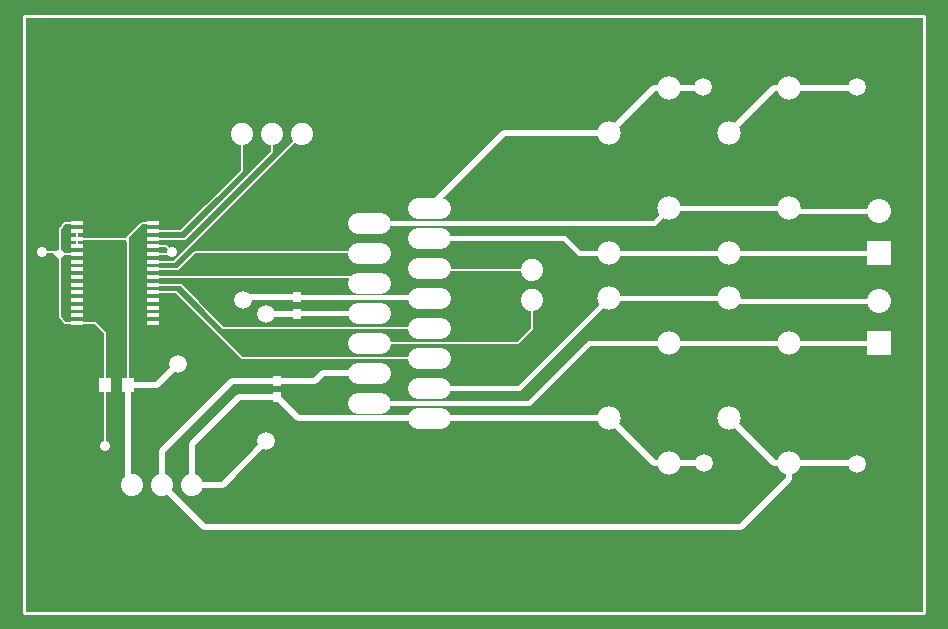
<source format=gbr>
G04 EAGLE Gerber RS-274X export*
G75*
%MOMM*%
%FSLAX34Y34*%
%LPD*%
%INTop Copper*%
%IPNEG*%
%AMOC8*
5,1,8,0,0,1.08239X$1,22.5*%
G01*
%ADD10C,1.981200*%
%ADD11C,1.800000*%
%ADD12C,1.879600*%
%ADD13R,2.032000X2.032000*%
%ADD14C,2.032000*%
%ADD15R,0.800000X0.850000*%
%ADD16R,1.000000X0.300000*%
%ADD17R,1.000000X1.250000*%
%ADD18C,1.500000*%
%ADD19C,0.508000*%
%ADD20C,0.200000*%
%ADD21C,0.906400*%
%ADD22C,0.406400*%
%ADD23C,0.152400*%
%ADD24C,0.254000*%

G36*
X30096Y299009D02*
X30096Y299009D01*
X30128Y299009D01*
X30233Y299038D01*
X30340Y299060D01*
X30369Y299076D01*
X30400Y299084D01*
X30493Y299142D01*
X30589Y299193D01*
X30612Y299215D01*
X30640Y299232D01*
X30666Y299261D01*
X30690Y299267D01*
X30693Y299270D01*
X30697Y299271D01*
X30833Y299367D01*
X34643Y303177D01*
X34648Y303184D01*
X34655Y303189D01*
X34702Y303266D01*
X34753Y303343D01*
X34754Y303351D01*
X34759Y303358D01*
X34772Y303448D01*
X34789Y303538D01*
X34787Y303547D01*
X34789Y303555D01*
X34766Y303643D01*
X34746Y303732D01*
X34741Y303739D01*
X34739Y303747D01*
X34643Y303883D01*
X30833Y307693D01*
X30829Y307695D01*
X30827Y307699D01*
X30747Y307750D01*
X30667Y307803D01*
X30663Y307804D01*
X30660Y307806D01*
X30566Y307822D01*
X30472Y307839D01*
X30468Y307838D01*
X30463Y307839D01*
X30372Y307817D01*
X30278Y307796D01*
X30274Y307794D01*
X30270Y307793D01*
X30194Y307737D01*
X30116Y307681D01*
X30113Y307678D01*
X30110Y307675D01*
X30061Y307593D01*
X30011Y307512D01*
X30011Y307508D01*
X30008Y307504D01*
X29981Y307340D01*
X29981Y305999D01*
X25000Y305999D01*
X24968Y305995D01*
X24936Y305997D01*
X24829Y305975D01*
X24721Y305959D01*
X24691Y305946D01*
X24660Y305940D01*
X24563Y305888D01*
X24464Y305843D01*
X24439Y305822D01*
X24411Y305807D01*
X24333Y305731D01*
X24250Y305660D01*
X24232Y305633D01*
X24209Y305610D01*
X24155Y305515D01*
X24095Y305424D01*
X24086Y305393D01*
X24070Y305365D01*
X24045Y305258D01*
X24013Y305154D01*
X24012Y305122D01*
X24005Y305091D01*
X24010Y304981D01*
X24009Y304872D01*
X24018Y304841D01*
X24019Y304809D01*
X24055Y304706D01*
X24084Y304600D01*
X24101Y304573D01*
X24112Y304542D01*
X24165Y304469D01*
X24232Y304360D01*
X24236Y304357D01*
X24269Y304327D01*
X24293Y304293D01*
X29293Y299293D01*
X29319Y299274D01*
X29340Y299250D01*
X29432Y299190D01*
X29519Y299124D01*
X29549Y299113D01*
X29576Y299095D01*
X29681Y299063D01*
X29783Y299025D01*
X29815Y299022D01*
X29846Y299013D01*
X29955Y299011D01*
X30064Y299003D01*
X30096Y299009D01*
G37*
D10*
X647700Y228600D03*
X647700Y127000D03*
X596900Y266700D03*
X596900Y165100D03*
X596900Y304800D03*
X596900Y406400D03*
X647700Y342900D03*
X647700Y444500D03*
X546100Y127000D03*
X546100Y228600D03*
X495300Y165100D03*
X495300Y266700D03*
X495300Y406400D03*
X495300Y304800D03*
X546100Y444500D03*
X546100Y342900D03*
D11*
X301100Y254000D02*
X283100Y254000D01*
X333900Y266700D02*
X351900Y266700D01*
X301100Y279400D02*
X283100Y279400D01*
X333900Y292100D02*
X351900Y292100D01*
X301100Y304800D02*
X283100Y304800D01*
X333900Y317500D02*
X351900Y317500D01*
X351900Y241300D02*
X333900Y241300D01*
X301100Y228600D02*
X283100Y228600D01*
X333900Y215900D02*
X351900Y215900D01*
X301100Y203200D02*
X283100Y203200D01*
X333900Y190500D02*
X351900Y190500D01*
X301100Y330200D02*
X283100Y330200D01*
X333900Y342900D02*
X351900Y342900D01*
X301100Y177800D02*
X283100Y177800D01*
X333900Y165100D02*
X351900Y165100D01*
D12*
X142100Y108100D03*
X116700Y108100D03*
X91300Y108100D03*
D13*
X723900Y228600D03*
D14*
X723900Y263600D03*
D13*
X723900Y304800D03*
D14*
X723900Y339800D03*
D15*
X214400Y196300D03*
X214400Y182300D03*
X231000Y252900D03*
X231000Y266900D03*
D16*
X44900Y329550D03*
X44900Y323050D03*
X44900Y316550D03*
X44900Y310050D03*
X44900Y303550D03*
X44900Y297050D03*
X44900Y290550D03*
X44900Y284050D03*
X44900Y277550D03*
X44900Y271050D03*
X44900Y264550D03*
X44900Y258050D03*
X44900Y251550D03*
X44900Y245050D03*
X108900Y245050D03*
X108900Y251550D03*
X108900Y258050D03*
X108900Y264550D03*
X108900Y271050D03*
X108900Y277550D03*
X108900Y284050D03*
X108900Y290550D03*
X108900Y297050D03*
X108900Y303550D03*
X108900Y310050D03*
X108900Y316550D03*
X108900Y323050D03*
X108900Y329550D03*
D17*
X88100Y192700D03*
X68100Y192700D03*
D12*
X430000Y290000D03*
X430000Y264600D03*
X235000Y405000D03*
X209600Y405000D03*
X184200Y405000D03*
D18*
X575000Y445000D03*
X575310Y127000D03*
D19*
X142100Y142500D02*
X142100Y108100D01*
X142100Y142500D02*
X181900Y182300D01*
X214400Y182300D01*
X231600Y165100D01*
X277325Y165100D01*
X277689Y164736D01*
X306511Y164736D01*
X306875Y165100D01*
X342900Y165100D01*
X495300Y165100D01*
X533400Y127000D01*
X546100Y127000D01*
X575310Y127000D01*
X574500Y444500D02*
X575000Y445000D01*
X574500Y444500D02*
X546100Y444500D01*
X533400Y444500D01*
X495300Y406400D01*
X493650Y408050D01*
X495300Y406400D02*
X406400Y406400D01*
X342900Y342900D01*
D20*
X68100Y236900D02*
X68100Y192700D01*
X59950Y245050D02*
X44900Y245050D01*
X59950Y245050D02*
X68100Y236900D01*
X44900Y245050D02*
X34950Y245050D01*
X30000Y250000D01*
X30000Y300000D01*
X34550Y329550D02*
X44900Y329550D01*
X34550Y329550D02*
X30000Y325000D01*
X30000Y307340D01*
X33790Y303550D02*
X44900Y303550D01*
X33790Y303550D02*
X33550Y303550D01*
X30000Y300000D01*
X33790Y303550D02*
X30000Y307340D01*
D18*
X205000Y145000D03*
D19*
X168100Y108100D01*
X142100Y108100D01*
D20*
X119950Y310050D02*
X108900Y310050D01*
X119950Y310050D02*
X125000Y305000D01*
D21*
X125000Y305000D03*
X15000Y305000D03*
D20*
X30000Y307340D02*
X30000Y300000D01*
X25000Y305000D02*
X15000Y305000D01*
X25000Y305000D02*
X30000Y300000D01*
X27660Y305000D02*
X25000Y305000D01*
X27660Y305000D02*
X30000Y307340D01*
X68100Y192700D02*
X68100Y141450D01*
X68580Y140970D01*
D21*
X68580Y140970D03*
D22*
X232100Y254000D02*
X292100Y254000D01*
X232100Y254000D02*
X231000Y252900D01*
D19*
X205170Y252900D01*
X205000Y252730D01*
D18*
X205000Y252730D03*
D20*
X123550Y303550D02*
X108900Y303550D01*
X123550Y303550D02*
X125000Y305000D01*
X133050Y323050D02*
X108900Y323050D01*
X184200Y374200D02*
X184200Y405000D01*
X184200Y374200D02*
X133050Y323050D01*
X136550Y316550D02*
X108900Y316550D01*
X209600Y389600D02*
X209600Y405000D01*
X209600Y389600D02*
X136550Y316550D01*
X108900Y329550D02*
X99550Y329550D01*
X88100Y318100D02*
X88100Y313690D01*
X88100Y192700D01*
X88100Y318100D02*
X99550Y329550D01*
D23*
X44900Y323050D02*
X44900Y316550D01*
X44900Y310050D01*
D20*
X85895Y315895D02*
X88100Y318100D01*
X85895Y315895D02*
X88100Y313690D01*
X85895Y315895D02*
X58755Y315895D01*
X58420Y316230D01*
X45220Y316230D01*
X44900Y316550D01*
D19*
X88100Y111300D02*
X91300Y108100D01*
X88100Y111300D02*
X88100Y192700D01*
X112700Y192700D01*
X130000Y210000D01*
D18*
X130000Y210000D03*
D22*
X342700Y266900D02*
X342900Y266700D01*
X277843Y266900D02*
X231000Y266900D01*
X277843Y266900D02*
X277899Y266844D01*
X306301Y266844D01*
X306357Y266900D01*
X342700Y266900D01*
D18*
X185000Y265000D03*
D19*
X186900Y266900D01*
X231000Y266900D01*
D22*
X704500Y444500D02*
X705000Y445000D01*
D18*
X705000Y445000D03*
X704850Y125730D03*
D19*
X596900Y406400D02*
X635000Y444500D01*
X647700Y444500D01*
X704500Y444500D01*
X703580Y127000D02*
X704850Y125730D01*
X703580Y127000D02*
X647700Y127000D01*
X635000Y127000D01*
X596900Y165100D01*
X116700Y137100D02*
X116700Y108100D01*
X175900Y196300D02*
X214400Y196300D01*
X175900Y196300D02*
X116700Y137100D01*
X214400Y196300D02*
X245900Y196300D01*
X252800Y203200D01*
X292100Y203200D01*
X647700Y127000D02*
X647700Y112700D01*
X607300Y72300D01*
X152500Y72300D02*
X116700Y108100D01*
X152500Y72300D02*
X607300Y72300D01*
D20*
X342900Y215900D02*
X184100Y215900D01*
X128950Y271050D02*
X108900Y271050D01*
X128950Y271050D02*
X184100Y215900D01*
X168700Y241300D02*
X342900Y241300D01*
X132450Y277550D02*
X108900Y277550D01*
X132450Y277550D02*
X168700Y241300D01*
X108900Y284050D02*
X287450Y284050D01*
X292100Y279400D01*
X130550Y290550D02*
X108900Y290550D01*
X130550Y290550D02*
X145000Y305000D01*
X291900Y305000D01*
X292100Y304800D01*
D22*
X647700Y228600D02*
X723900Y228600D01*
X647700Y228600D02*
X546100Y228600D01*
X478600Y228600D01*
X427800Y177800D02*
X292100Y177800D01*
X427800Y177800D02*
X478600Y228600D01*
X600000Y263600D02*
X723900Y263600D01*
X600000Y263600D02*
X596900Y266700D01*
X495300Y266700D01*
X419100Y190500D01*
X342900Y190500D01*
X596900Y304800D02*
X723900Y304800D01*
X596900Y304800D02*
X495300Y304800D01*
X470200Y304800D01*
X457500Y317500D02*
X342900Y317500D01*
X457500Y317500D02*
X470200Y304800D01*
X650800Y339800D02*
X723900Y339800D01*
X650800Y339800D02*
X647700Y342900D01*
X546100Y342900D01*
X544100Y340900D02*
X533400Y330200D01*
X292100Y330200D01*
D20*
X544100Y340900D02*
X546100Y342900D01*
X430000Y264600D02*
X430000Y240000D01*
X418600Y228600D02*
X292100Y228600D01*
X418600Y228600D02*
X430000Y240000D01*
X430000Y290000D02*
X345000Y290000D01*
X342900Y292100D01*
X127050Y297050D02*
X108900Y297050D01*
X127050Y297050D02*
X235000Y405000D01*
D24*
X0Y0D02*
X761800Y0D01*
X761800Y504700D01*
X0Y504700D01*
X0Y0D01*
M02*

</source>
